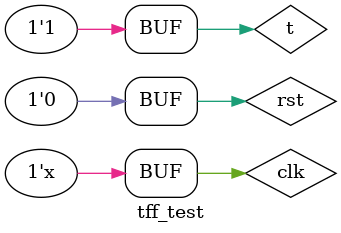
<source format=v>
module tff(q, qbar, t, clk, rst);
    output q, qbar;       // Outputs: q and qbar
    input clk, t, rst;    // Inputs: clock, toggle input, reset
    reg tq;               // Internal register to store state

    // Always block for synchronous reset and T flip-flop logic
    always @(posedge clk or posedge rst) begin
        if (rst)          // If reset is high
            tq <= 1'b0;   // Reset the flip-flop
        else if (t)       // If toggle input is high
            tq <= ~tq;    // Toggle the state
    end

    assign q = tq;         // Assign q to internal register
    assign qbar = ~tq;     // Complement of q
endmodule

module tff_test;
    reg clk, t, rst;       // Inputs: clock, toggle input, reset
    wire q, qbar;          // Outputs: q and qbar

    // Instantiate T Flip-Flop
    tff t1(q, qbar, t, clk, rst);

    // Clock generation
    initial clk = 1'b0;    // Initialize clock to 0
    always #10 clk = ~clk; // Toggle clock every 10 ns

    // Stimulus block
    initial begin
        // Test sequence
        rst = 1'b1; t = 1'b0;       // Assert reset
        #15 rst = 1'b0;             // Deassert reset
        #25 t = 1'b1;               // Toggle input is high
        #300 t = 1'b0;              // Toggle input is low
        #100 t = 1'b1;              // Toggle input is high again
        #200 rst = 1'b1;            // Assert reset again
        #30 rst = 1'b0;             // Deassert reset
    end
endmodule

</source>
